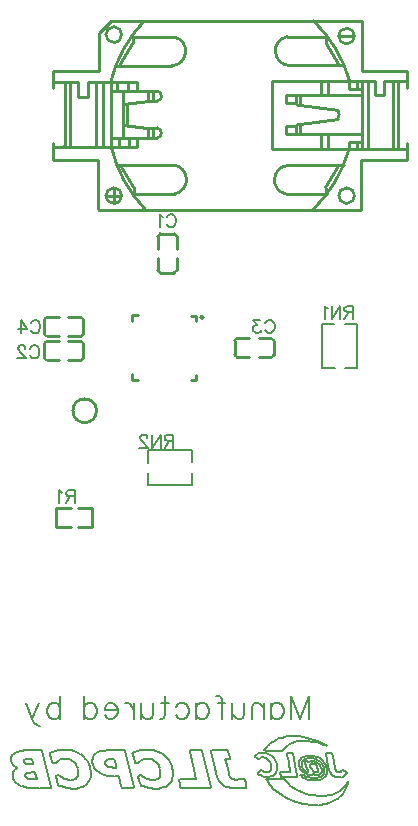
<source format=gbo>
G04 Layer: BottomSilkLayer*
G04 EasyEDA v6.4.7, 2020-11-14T12:43:57+01:00*
G04 ca67bbdea9ee427383f7cb57cdafcb35,58a91c2aa3f04fa292fc60144c522205,10*
G04 Gerber Generator version 0.2*
G04 Scale: 100 percent, Rotated: No, Reflected: No *
G04 Dimensions in millimeters *
G04 leading zeros omitted , absolute positions ,3 integer and 3 decimal *
%FSLAX33Y33*%
%MOMM*%
G90*
D02*

%ADD10C,0.254000*%
%ADD27C,0.202997*%
%ADD28C,0.200000*%
%ADD29C,0.249999*%
%ADD30C,0.203200*%
%ADD31C,0.152400*%

%LPD*%
G54D27*
G01X36561Y29831D02*
G01X37329Y29831D01*
G01X37359Y29864D01*
G01X35784Y29844D02*
G01X36031Y29834D01*
G01X36548Y29831D01*
G01X36139Y30288D02*
G01X36012Y30158D01*
G01X35897Y30025D01*
G01X35807Y29902D01*
G01X35787Y29866D01*
G01X35784Y29845D01*
G01X37735Y31042D02*
G01X37510Y30999D01*
G01X37277Y30939D01*
G01X37070Y30869D01*
G01X36873Y30786D01*
G01X36670Y30681D01*
G01X36492Y30571D01*
G01X36310Y30437D01*
G01X36152Y30300D01*
G01X38744Y31050D02*
G01X38538Y31065D01*
G01X38242Y31069D01*
G01X37958Y31062D01*
G01X37741Y31043D01*
G01X40011Y30744D02*
G01X39700Y30844D01*
G01X39380Y30929D01*
G01X39060Y30999D01*
G01X38755Y31049D01*
G01X41069Y30265D02*
G01X41050Y30286D01*
G01X40989Y30321D01*
G01X40710Y30456D01*
G01X40360Y30607D01*
G01X40024Y30739D01*
G01X40807Y30342D02*
G01X40989Y30285D01*
G01X41068Y30265D01*
G01X39523Y30634D02*
G01X39839Y30587D01*
G01X40145Y30526D01*
G01X40480Y30441D01*
G01X40793Y30347D01*
G01X38603Y30618D02*
G01X38816Y30642D01*
G01X39063Y30652D01*
G01X39305Y30649D01*
G01X39516Y30635D01*
G01X37802Y30316D02*
G01X37982Y30421D01*
G01X38167Y30502D01*
G01X38377Y30569D01*
G01X38594Y30617D01*
G01X37441Y29972D02*
G01X37509Y30053D01*
G01X37603Y30149D01*
G01X37701Y30238D01*
G01X37798Y30313D01*
G01X37359Y29864D02*
G01X37395Y29909D01*
G01X37441Y29970D01*
G01X38566Y27646D02*
G01X38600Y27673D01*
G01X38412Y28622D01*
G01X37885Y27619D02*
G01X38441Y27623D01*
G01X38527Y27630D01*
G01X38565Y27645D01*
G01X37217Y27632D02*
G01X37422Y27623D01*
G01X37875Y27619D01*
G01X37142Y27954D02*
G01X37150Y27880D01*
G01X37173Y27764D01*
G01X37197Y27677D01*
G01X37217Y27633D01*
G01X37159Y28017D02*
G01X37151Y28005D01*
G01X37147Y27992D01*
G01X37143Y27973D01*
G01X37142Y27955D01*
G01X37581Y28035D02*
G01X37264Y28031D01*
G01X37159Y28017D01*
G01X37993Y28047D02*
G01X37864Y28038D01*
G01X37588Y28035D01*
G01X37850Y28820D02*
G01X37993Y28047D01*
G01X37715Y29605D02*
G01X37716Y29551D01*
G01X37733Y29434D01*
G01X37847Y28837D01*
G01X37963Y29634D02*
G01X37774Y29627D01*
G01X37734Y29619D01*
G01X37715Y29606D01*
G01X38209Y29605D02*
G01X38196Y29625D01*
G01X38170Y29633D01*
G01X38115Y29636D01*
G01X37970Y29634D01*
G01X38412Y28622D02*
G01X38210Y29604D01*
G01X35601Y27673D02*
G01X35744Y27628D01*
G01X35900Y27600D01*
G01X36065Y27592D01*
G01X36215Y27605D01*
G01X35245Y27909D02*
G01X35255Y27890D01*
G01X35281Y27865D01*
G01X35370Y27798D01*
G01X35484Y27729D01*
G01X35597Y27674D01*
G01X35438Y28174D02*
G01X35390Y28128D01*
G01X35322Y28042D01*
G01X35265Y27956D01*
G01X35245Y27910D01*
G01X35512Y28162D02*
G01X35487Y28175D01*
G01X35468Y28181D01*
G01X35453Y28181D01*
G01X35439Y28175D01*
G01X35947Y28005D02*
G01X35856Y28012D01*
G01X35765Y28035D01*
G01X35662Y28079D01*
G01X35519Y28158D01*
G01X36326Y28231D02*
G01X36297Y28178D01*
G01X36265Y28135D01*
G01X36223Y28095D01*
G01X36179Y28064D01*
G01X36130Y28039D01*
G01X36072Y28020D01*
G01X35953Y28005D01*
G01X36360Y28443D02*
G01X36358Y28369D01*
G01X36353Y28321D01*
G01X36343Y28277D01*
G01X36327Y28233D01*
G01X35847Y29239D02*
G01X35952Y29196D01*
G01X36049Y29134D01*
G01X36141Y29050D01*
G01X36213Y28956D01*
G01X36273Y28850D01*
G01X36321Y28724D01*
G01X36351Y28587D01*
G01X36360Y28454D01*
G01X35361Y29142D02*
G01X35451Y29210D01*
G01X35570Y29252D01*
G01X35698Y29263D01*
G01X35841Y29241D01*
G01X35308Y29103D02*
G01X35316Y29106D01*
G01X35330Y29114D01*
G01X35347Y29128D01*
G01X35361Y29141D01*
G01X34986Y29378D02*
G01X35034Y29328D01*
G01X35147Y29229D01*
G01X35256Y29139D01*
G01X35307Y29103D01*
G01X35206Y29583D02*
G01X35134Y29537D01*
G01X35058Y29475D01*
G01X35001Y29414D01*
G01X34987Y29391D01*
G01X34985Y29379D01*
G01X35635Y29672D02*
G01X35506Y29669D01*
G01X35405Y29656D01*
G01X35313Y29630D01*
G01X35210Y29585D01*
G01X35931Y29639D02*
G01X35799Y29664D01*
G01X35639Y29672D01*
G01X36890Y28519D02*
G01X36854Y28711D01*
G01X36793Y28891D01*
G01X36701Y29071D01*
G01X36593Y29221D01*
G01X36454Y29363D01*
G01X36307Y29474D01*
G01X36128Y29570D01*
G01X35947Y29635D01*
G01X36221Y27606D02*
G01X36379Y27645D01*
G01X36519Y27706D01*
G01X36639Y27788D01*
G01X36744Y27900D01*
G01X36824Y28032D01*
G01X36872Y28171D01*
G01X36896Y28337D01*
G01X36892Y28504D01*
G01X41264Y29634D02*
G01X41022Y29630D01*
G01X41018Y29590D01*
G01X41555Y27779D02*
G01X41632Y27725D01*
G01X41716Y27680D01*
G01X41814Y27641D01*
G01X41917Y27613D01*
G01X42015Y27596D01*
G01X42123Y27590D01*
G01X42223Y27595D01*
G01X42322Y27610D01*
G01X41301Y28161D02*
G01X41341Y28061D01*
G01X41403Y27955D01*
G01X41476Y27857D01*
G01X41552Y27781D01*
G01X41018Y29590D02*
G01X41133Y28950D01*
G01X41299Y28166D01*
G01X41519Y29605D02*
G01X41505Y29625D01*
G01X41479Y29633D01*
G01X41421Y29636D01*
G01X41271Y29634D01*
G01X41661Y28918D02*
G01X41519Y29604D01*
G01X41832Y28173D02*
G01X41803Y28250D01*
G01X41774Y28361D01*
G01X41664Y28902D01*
G01X42092Y28012D02*
G01X41997Y28021D01*
G01X41962Y28031D01*
G01X41931Y28046D01*
G01X41905Y28066D01*
G01X41878Y28095D01*
G01X41834Y28169D01*
G01X42251Y28054D02*
G01X42217Y28031D01*
G01X42187Y28019D01*
G01X42153Y28014D01*
G01X42095Y28012D01*
G01X42328Y28138D02*
G01X42317Y28120D01*
G01X42297Y28097D01*
G01X42276Y28075D01*
G01X42252Y28055D01*
G01X42581Y28100D02*
G01X42464Y28164D01*
G01X42401Y28187D01*
G01X42378Y28187D01*
G01X42360Y28180D01*
G01X42345Y28166D01*
G01X42329Y28140D01*
G01X42761Y27982D02*
G01X42746Y27997D01*
G01X42707Y28023D01*
G01X42584Y28099D01*
G01X42640Y27774D02*
G01X42686Y27827D01*
G01X42730Y27891D01*
G01X42756Y27945D01*
G01X42762Y27968D01*
G01X42761Y27981D01*
G01X42330Y27612D02*
G01X42422Y27638D01*
G01X42501Y27673D01*
G01X42573Y27718D01*
G01X42638Y27772D01*
G01X40307Y28064D02*
G01X40283Y28035D01*
G01X40254Y28010D01*
G01X40224Y27994D01*
G01X40191Y27985D01*
G01X40151Y27983D01*
G01X40111Y27987D01*
G01X40017Y28017D01*
G01X40227Y28489D02*
G01X40285Y28367D01*
G01X40321Y28246D01*
G01X40329Y28138D01*
G01X40322Y28098D01*
G01X40308Y28066D01*
G01X39669Y28540D02*
G01X39673Y28633D01*
G01X39687Y28673D01*
G01X39707Y28705D01*
G01X39734Y28730D01*
G01X39772Y28750D01*
G01X39857Y28761D01*
G01X39954Y28739D01*
G01X40055Y28684D01*
G01X40143Y28605D01*
G01X40221Y28499D01*
G01X40013Y28019D02*
G01X39965Y28047D01*
G01X39906Y28097D01*
G01X39794Y28235D01*
G01X39711Y28391D01*
G01X39684Y28465D01*
G01X39670Y28535D01*
G01X39606Y28894D02*
G01X39541Y28848D01*
G01X39505Y28894D01*
G01X39107Y27538D02*
G01X39218Y27475D01*
G01X39342Y27422D01*
G01X39478Y27379D01*
G01X39634Y27343D01*
G01X39797Y27319D01*
G01X39966Y27308D01*
G01X40124Y27310D01*
G01X40282Y27323D01*
G01X38848Y27777D02*
G01X38854Y27762D01*
G01X38874Y27737D01*
G01X38943Y27668D01*
G01X39024Y27598D01*
G01X39104Y27539D01*
G01X38968Y27797D02*
G01X38911Y27796D01*
G01X38874Y27793D01*
G01X38854Y27787D01*
G01X38850Y27783D01*
G01X38848Y27778D01*
G01X39143Y27755D02*
G01X39109Y27778D01*
G01X39078Y27791D01*
G01X39041Y27796D01*
G01X38971Y27797D01*
G01X40065Y27519D02*
G01X39787Y27526D01*
G01X39548Y27565D01*
G01X39431Y27600D01*
G01X39331Y27640D01*
G01X39239Y27688D01*
G01X39149Y27750D01*
G01X40878Y28109D02*
G01X40861Y27983D01*
G01X40822Y27872D01*
G01X40760Y27776D01*
G01X40669Y27689D01*
G01X40553Y27620D01*
G01X40423Y27572D01*
G01X40270Y27539D01*
G01X40081Y27520D01*
G01X40771Y28562D02*
G01X40826Y28438D01*
G01X40859Y28333D01*
G01X40876Y28231D01*
G01X40879Y28114D01*
G01X40250Y29075D02*
G01X40417Y28980D01*
G01X40552Y28870D01*
G01X40665Y28739D01*
G01X40767Y28569D01*
G01X39813Y29194D02*
G01X39954Y29174D01*
G01X40052Y29151D01*
G01X40140Y29123D01*
G01X40246Y29077D01*
G01X39065Y28999D02*
G01X39122Y29052D01*
G01X39190Y29097D01*
G01X39282Y29141D01*
G01X39371Y29169D01*
G01X39468Y29189D01*
G01X39580Y29201D01*
G01X39803Y29195D01*
G01X38955Y28650D02*
G01X38955Y28753D01*
G01X38972Y28843D01*
G01X39005Y28918D01*
G01X39063Y28996D01*
G01X39017Y28413D02*
G01X38987Y28478D01*
G01X38970Y28528D01*
G01X38960Y28584D01*
G01X38955Y28647D01*
G01X39370Y28052D02*
G01X39267Y28117D01*
G01X39169Y28205D01*
G01X39083Y28306D01*
G01X39019Y28409D01*
G01X39528Y28044D02*
G01X39524Y28029D01*
G01X39516Y28018D01*
G01X39505Y28011D01*
G01X39489Y28009D01*
G01X39468Y28012D01*
G01X39443Y28019D01*
G01X39373Y28050D01*
G01X39352Y28487D02*
G01X39478Y28187D01*
G01X39528Y28044D01*
G01X39180Y28919D02*
G01X39222Y28797D01*
G01X39349Y28493D01*
G01X39329Y28940D02*
G01X39259Y28939D01*
G01X39217Y28936D01*
G01X39190Y28929D01*
G01X39180Y28920D01*
G01X39505Y28894D02*
G01X39480Y28922D01*
G01X39457Y28934D01*
G01X39419Y28939D01*
G01X39333Y28940D01*
G01X39891Y27851D02*
G01X39917Y27884D01*
G01X40017Y27837D01*
G01X40198Y28861D02*
G01X40113Y28903D01*
G01X40035Y28932D01*
G01X39957Y28951D01*
G01X39875Y28961D01*
G01X39797Y28960D01*
G01X39729Y28949D01*
G01X39667Y28928D01*
G01X39611Y28897D01*
G01X40536Y28522D02*
G01X40476Y28606D01*
G01X40384Y28708D01*
G01X40284Y28800D01*
G01X40201Y28859D01*
G01X40646Y28026D02*
G01X40657Y28134D01*
G01X40641Y28259D01*
G01X40600Y28392D01*
G01X40539Y28517D01*
G01X40449Y27813D02*
G01X40482Y27829D01*
G01X40515Y27851D01*
G01X40571Y27900D01*
G01X40596Y27931D01*
G01X40618Y27963D01*
G01X40634Y27993D01*
G01X40645Y28024D01*
G01X40244Y27785D02*
G01X40317Y27783D01*
G01X40361Y27787D01*
G01X40402Y27795D01*
G01X40447Y27812D01*
G01X40017Y27837D02*
G01X40071Y27814D01*
G01X40122Y27798D01*
G01X40171Y27790D01*
G01X40241Y27785D01*
G01X39683Y27782D02*
G01X39764Y27786D01*
G01X39817Y27796D01*
G01X39853Y27814D01*
G01X39889Y27849D01*
G01X39089Y28005D02*
G01X39228Y27909D01*
G01X39369Y27842D01*
G01X39515Y27799D01*
G01X39677Y27782D01*
G01X39000Y29253D02*
G01X38931Y29202D01*
G01X38872Y29143D01*
G01X38822Y29079D01*
G01X38782Y29010D01*
G01X38752Y28936D01*
G01X38731Y28859D01*
G01X38719Y28765D01*
G01X38719Y28683D01*
G01X38730Y28585D01*
G01X38750Y28500D01*
G01X38779Y28416D01*
G01X38825Y28319D01*
G01X38932Y28161D01*
G01X39076Y28016D01*
G01X40321Y29262D02*
G01X40163Y29324D01*
G01X39995Y29368D01*
G01X39821Y29395D01*
G01X39633Y29405D01*
G01X39449Y29395D01*
G01X39277Y29366D01*
G01X39134Y29321D01*
G01X39009Y29259D01*
G01X40901Y27575D02*
G01X40976Y27658D01*
G01X41035Y27750D01*
G01X41077Y27849D01*
G01X41105Y27955D01*
G01X41117Y28067D01*
G01X41113Y28201D01*
G01X41095Y28318D01*
G01X41057Y28455D01*
G01X41001Y28591D01*
G01X40940Y28704D01*
G01X40867Y28814D01*
G01X40783Y28918D01*
G01X40688Y29015D01*
G01X40583Y29104D01*
G01X40467Y29184D01*
G01X40342Y29252D01*
G01X40295Y27324D02*
G01X40479Y27359D01*
G01X40642Y27412D01*
G01X40778Y27481D01*
G01X40897Y27571D01*
G01X15883Y29133D02*
G01X16124Y29133D01*
G01X16139Y29077D01*
G01X15981Y28677D02*
G01X15769Y28688D01*
G01X15656Y28708D01*
G01X16191Y28876D02*
G01X16226Y28737D01*
G01X16227Y28707D01*
G01X16219Y28689D01*
G01X16197Y28678D01*
G01X16162Y28673D01*
G01X15989Y28676D01*
G01X16139Y29077D02*
G01X16190Y28878D01*
G01X15458Y29049D02*
G01X15505Y29088D01*
G01X15579Y29114D01*
G01X15696Y29128D01*
G01X15874Y29133D01*
G01X15654Y28708D02*
G01X15588Y28736D01*
G01X15536Y28771D01*
G01X15493Y28811D01*
G01X15457Y28860D01*
G01X15435Y28911D01*
G01X15428Y28959D01*
G01X15434Y29004D01*
G01X15456Y29046D01*
G01X16263Y27401D02*
G01X16032Y27412D01*
G01X15878Y27432D01*
G01X16556Y27423D02*
G01X16554Y27410D01*
G01X16547Y27404D01*
G01X16515Y27398D01*
G01X16271Y27401D01*
G01X16415Y27975D02*
G01X16489Y27710D01*
G01X16556Y27424D01*
G01X15843Y27974D02*
G01X16172Y27990D01*
G01X16339Y27986D01*
G01X16415Y27975D01*
G01X15655Y27931D02*
G01X15732Y27954D01*
G01X15841Y27974D01*
G01X15555Y27652D02*
G01X15541Y27691D01*
G01X15534Y27736D01*
G01X15535Y27779D01*
G01X15545Y27818D01*
G01X15561Y27852D01*
G01X15583Y27881D01*
G01X15612Y27907D01*
G01X15651Y27929D01*
G01X15877Y27432D02*
G01X15758Y27470D01*
G01X15669Y27517D01*
G01X15601Y27576D01*
G01X15577Y27609D01*
G01X15556Y27649D01*
G01X16992Y29783D02*
G01X16970Y29863D01*
G01X16136Y29856D01*
G01X16778Y26675D02*
G01X17671Y26680D01*
G01X15242Y26824D02*
G01X15507Y26743D01*
G01X15756Y26704D01*
G01X16112Y26684D01*
G01X16748Y26675D01*
G01X14488Y27753D02*
G01X14503Y27591D01*
G01X14540Y27451D01*
G01X14598Y27321D01*
G01X14685Y27192D01*
G01X14796Y27077D01*
G01X14920Y26982D01*
G01X15064Y26899D01*
G01X15227Y26829D01*
G01X14743Y28279D02*
G01X14625Y28179D01*
G01X14583Y28125D01*
G01X14549Y28067D01*
G01X14521Y27998D01*
G01X14503Y27928D01*
G01X14488Y27760D01*
G01X14849Y28363D02*
G01X14842Y28354D01*
G01X14822Y28337D01*
G01X14744Y28280D01*
G01X14749Y28429D02*
G01X14815Y28390D01*
G01X14841Y28371D01*
G01X14849Y28363D01*
G01X14373Y28923D02*
G01X14417Y28787D01*
G01X14499Y28646D01*
G01X14608Y28528D01*
G01X14743Y28433D01*
G01X14362Y29132D02*
G01X14363Y29021D01*
G01X14373Y28925D01*
G01X14916Y29755D02*
G01X14797Y29708D01*
G01X14691Y29654D01*
G01X14593Y29586D01*
G01X14518Y29516D01*
G01X14457Y29437D01*
G01X14408Y29344D01*
G01X14378Y29251D01*
G01X14362Y29141D01*
G01X16136Y29856D02*
G01X15566Y29849D01*
G01X15286Y29837D01*
G01X15113Y29812D01*
G01X14924Y29758D01*
G01X17758Y26785D02*
G01X16994Y29778D01*
G01X17671Y26681D02*
G01X17681Y26686D01*
G01X17696Y26698D01*
G01X17724Y26728D01*
G01X17749Y26763D01*
G01X17755Y26774D01*
G01X17758Y26785D01*
G01X23270Y28402D02*
G01X23205Y28393D01*
G01X23039Y28395D01*
G01X22852Y28410D01*
G01X22741Y28428D01*
G01X23101Y29100D02*
G01X23202Y28720D01*
G01X23270Y28403D01*
G01X22897Y29133D02*
G01X23010Y29132D01*
G01X23062Y29128D01*
G01X23087Y29120D01*
G01X23100Y29101D01*
G01X22375Y29008D02*
G01X22447Y29065D01*
G01X22555Y29105D01*
G01X22694Y29126D01*
G01X22888Y29133D01*
G01X22344Y28739D02*
G01X22331Y28816D01*
G01X22333Y28893D01*
G01X22347Y28958D01*
G01X22358Y28984D01*
G01X22374Y29007D01*
G01X22737Y28429D02*
G01X22599Y28479D01*
G01X22482Y28550D01*
G01X22436Y28590D01*
G01X22395Y28637D01*
G01X22367Y28682D01*
G01X22345Y28735D01*
G01X23968Y29783D02*
G01X23945Y29863D01*
G01X23104Y29856D01*
G01X24189Y26670D02*
G01X24646Y26681D01*
G01X23736Y26689D02*
G01X23766Y26679D01*
G01X23833Y26674D01*
G01X24179Y26670D01*
G01X23600Y27168D02*
G01X23688Y26838D01*
G01X23736Y26689D01*
G01X23470Y27643D02*
G01X23598Y27175D01*
G01X23112Y27668D02*
G01X23369Y27658D01*
G01X23469Y27643D01*
G01X21782Y28000D02*
G01X21918Y27919D01*
G01X22049Y27856D01*
G01X22188Y27803D01*
G01X22336Y27759D01*
G01X22509Y27722D01*
G01X22683Y27696D01*
G01X22888Y27677D01*
G01X23094Y27668D01*
G01X21246Y28815D02*
G01X21266Y28698D01*
G01X21299Y28586D01*
G01X21348Y28470D01*
G01X21405Y28368D01*
G01X21482Y28264D01*
G01X21564Y28174D01*
G01X21666Y28083D01*
G01X21773Y28006D01*
G01X21882Y29771D02*
G01X21726Y29712D01*
G01X21580Y29630D01*
G01X21468Y29537D01*
G01X21371Y29420D01*
G01X21304Y29296D01*
G01X21261Y29158D01*
G01X21240Y29006D01*
G01X21245Y28829D01*
G01X23104Y29856D02*
G01X22539Y29850D01*
G01X22261Y29839D01*
G01X22073Y29818D01*
G01X21889Y29773D01*
G01X24733Y26785D02*
G01X23969Y29778D01*
G01X24647Y26681D02*
G01X24660Y26689D01*
G01X24672Y26699D01*
G01X24701Y26729D01*
G01X24725Y26763D01*
G01X24731Y26774D01*
G01X24733Y26785D01*
G01X29335Y27426D02*
G01X28623Y27426D01*
G01X28586Y27385D01*
G01X28716Y26681D02*
G01X29832Y26671D01*
G01X31175Y26681D01*
G01X28548Y27308D02*
G01X28620Y26995D01*
G01X28683Y26769D01*
G01X28715Y26682D01*
G01X28586Y27385D02*
G01X28572Y27368D01*
G01X28559Y27346D01*
G01X28551Y27327D01*
G01X28548Y27309D01*
G01X30498Y29782D02*
G01X30476Y29860D01*
G01X29544Y29860D01*
G01X29465Y29757D01*
G01X29756Y28622D01*
G01X30047Y27457D02*
G01X30045Y27446D01*
G01X30031Y27438D01*
G01X29967Y27431D01*
G01X29356Y27426D01*
G01X29756Y28622D02*
G01X30047Y27457D01*
G01X31264Y26785D02*
G01X30500Y29777D01*
G01X31177Y26681D02*
G01X31189Y26688D01*
G01X31200Y26697D01*
G01X31231Y26729D01*
G01X31254Y26761D01*
G01X31261Y26774D01*
G01X31264Y26785D01*
G01X32043Y29860D02*
G01X31340Y29860D01*
G01X31309Y29817D01*
G01X32971Y26662D02*
G01X33134Y26645D01*
G01X33364Y26634D01*
G01X33615Y26631D01*
G01X33810Y26639D01*
G01X31823Y27612D02*
G01X31895Y27429D01*
G01X31984Y27265D01*
G01X32102Y27108D01*
G01X32229Y26983D01*
G01X32374Y26877D01*
G01X32552Y26783D01*
G01X32735Y26716D01*
G01X32953Y26665D01*
G01X31279Y29740D02*
G01X31532Y28719D01*
G01X31821Y27617D01*
G01X31309Y29817D02*
G01X31298Y29799D01*
G01X31288Y29778D01*
G01X31281Y29756D01*
G01X31279Y29741D01*
G01X32754Y29834D02*
G01X32726Y29850D01*
G01X32642Y29856D01*
G01X32063Y29860D01*
G01X32896Y29176D02*
G01X32755Y29832D01*
G01X32668Y29133D02*
G01X32791Y29135D01*
G01X32856Y29140D01*
G01X32888Y29153D01*
G01X32894Y29162D01*
G01X32896Y29174D01*
G01X32478Y29125D02*
G01X32535Y29131D01*
G01X32665Y29133D01*
G01X32770Y27953D02*
G01X32602Y28597D01*
G01X32477Y29124D01*
G01X33081Y27453D02*
G01X32988Y27522D01*
G01X32905Y27629D01*
G01X32835Y27767D01*
G01X32773Y27945D01*
G01X33470Y27382D02*
G01X33349Y27385D01*
G01X33243Y27397D01*
G01X33162Y27418D01*
G01X33084Y27451D01*
G01X33799Y27426D02*
G01X33647Y27390D01*
G01X33474Y27382D01*
G01X34024Y27471D02*
G01X33922Y27457D01*
G01X33802Y27427D01*
G01X34204Y27095D02*
G01X34142Y27336D01*
G01X34111Y27431D01*
G01X34096Y27456D01*
G01X34081Y27467D01*
G01X34027Y27471D01*
G01X34261Y26756D02*
G01X34267Y26787D01*
G01X34262Y26841D01*
G01X34205Y27088D01*
G01X34226Y26700D02*
G01X34233Y26707D01*
G01X34244Y26723D01*
G01X34253Y26739D01*
G01X34261Y26756D01*
G01X33817Y26639D02*
G01X34090Y26669D01*
G01X34183Y26685D01*
G01X34225Y26699D01*
G01X19509Y26618D02*
G01X19813Y26619D01*
G01X18574Y26807D02*
G01X18837Y26718D01*
G01X19051Y26664D01*
G01X19270Y26632D01*
G01X19499Y26618D01*
G01X18356Y26897D02*
G01X18423Y26866D01*
G01X18571Y26808D01*
G01X18144Y27646D02*
G01X18238Y27284D01*
G01X18356Y26898D01*
G01X18182Y27707D02*
G01X18167Y27688D01*
G01X18155Y27670D01*
G01X18147Y27655D01*
G01X18144Y27646D01*
G01X18465Y27670D02*
G01X18362Y27729D01*
G01X18289Y27753D01*
G01X18259Y27754D01*
G01X18234Y27748D01*
G01X18210Y27734D01*
G01X18184Y27709D01*
G01X18998Y27417D02*
G01X18871Y27462D01*
G01X18737Y27520D01*
G01X18470Y27667D01*
G01X19383Y27375D02*
G01X19153Y27382D01*
G01X19083Y27393D01*
G01X19002Y27416D01*
G01X19724Y27409D02*
G01X19667Y27390D01*
G01X19616Y27380D01*
G01X19390Y27375D01*
G01X19992Y27686D02*
G01X19975Y27644D01*
G01X19951Y27600D01*
G01X19890Y27522D01*
G01X19813Y27457D01*
G01X19728Y27411D01*
G01X19993Y28317D02*
G01X20016Y28168D01*
G01X20023Y27988D01*
G01X20015Y27808D01*
G01X19993Y27690D01*
G01X19291Y29120D02*
G01X19423Y29063D01*
G01X19535Y28996D01*
G01X19646Y28909D01*
G01X19738Y28817D01*
G01X19818Y28713D01*
G01X19892Y28588D01*
G01X19948Y28463D01*
G01X19990Y28328D01*
G01X18687Y29141D02*
G01X18823Y29158D01*
G01X18994Y29161D01*
G01X19166Y29147D01*
G01X19287Y29122D01*
G01X18220Y28900D02*
G01X18340Y28988D01*
G01X18453Y29054D01*
G01X18566Y29105D01*
G01X18682Y29140D01*
G01X18065Y28781D02*
G01X18120Y28821D01*
G01X18218Y28898D01*
G01X17889Y28780D02*
G01X17918Y28768D01*
G01X17968Y28763D01*
G01X18022Y28767D01*
G01X18063Y28780D01*
G01X17654Y29606D02*
G01X17683Y29473D01*
G01X17763Y29178D01*
G01X17846Y28900D01*
G01X17888Y28781D01*
G01X17973Y29771D02*
G01X17862Y29729D01*
G01X17755Y29680D01*
G01X17681Y29636D01*
G01X17654Y29607D01*
G01X19420Y29866D02*
G01X19254Y29893D01*
G01X19080Y29909D01*
G01X18886Y29915D01*
G01X18705Y29909D01*
G01X18524Y29893D01*
G01X18332Y29864D01*
G01X18148Y29823D01*
G01X17986Y29776D01*
G01X20221Y29540D02*
G01X20043Y29643D01*
G01X19848Y29732D01*
G01X19644Y29807D01*
G01X19428Y29864D01*
G01X21059Y28312D02*
G01X21014Y28488D01*
G01X20945Y28672D01*
G01X20865Y28836D01*
G01X20762Y29005D01*
G01X20652Y29152D01*
G01X20528Y29288D01*
G01X20381Y29422D01*
G01X20234Y29532D01*
G01X20661Y26900D02*
G01X20788Y27008D01*
G01X20895Y27136D01*
G01X20986Y27295D01*
G01X21048Y27459D01*
G01X21087Y27639D01*
G01X21105Y27849D01*
G01X21096Y28074D01*
G01X21063Y28293D01*
G01X19814Y26619D02*
G01X20071Y26656D01*
G01X20284Y26711D01*
G01X20478Y26790D01*
G01X20654Y26896D01*
G01X26470Y26618D02*
G01X26773Y26619D01*
G01X25535Y26807D02*
G01X25789Y26721D01*
G01X26012Y26664D01*
G01X26231Y26632D01*
G01X26460Y26618D01*
G01X25317Y26897D02*
G01X25384Y26866D01*
G01X25532Y26808D01*
G01X25105Y27646D02*
G01X25199Y27284D01*
G01X25317Y26898D01*
G01X25143Y27707D02*
G01X25127Y27687D01*
G01X25115Y27670D01*
G01X25107Y27654D01*
G01X25105Y27646D01*
G01X25426Y27670D02*
G01X25322Y27729D01*
G01X25286Y27744D01*
G01X25247Y27753D01*
G01X25218Y27754D01*
G01X25192Y27747D01*
G01X25169Y27733D01*
G01X25145Y27709D01*
G01X25959Y27417D02*
G01X25832Y27462D01*
G01X25697Y27520D01*
G01X25431Y27667D01*
G01X26344Y27375D02*
G01X26113Y27382D01*
G01X26043Y27393D01*
G01X25962Y27416D01*
G01X26685Y27409D02*
G01X26628Y27390D01*
G01X26576Y27380D01*
G01X26351Y27375D01*
G01X26953Y27686D02*
G01X26934Y27640D01*
G01X26912Y27600D01*
G01X26851Y27522D01*
G01X26809Y27483D01*
G01X26770Y27454D01*
G01X26689Y27411D01*
G01X26954Y28317D02*
G01X26976Y28175D01*
G01X26984Y28002D01*
G01X26977Y27821D01*
G01X26954Y27690D01*
G01X26251Y29120D02*
G01X26374Y29068D01*
G01X26496Y28996D01*
G01X26607Y28909D01*
G01X26698Y28817D01*
G01X26779Y28713D01*
G01X26853Y28588D01*
G01X26908Y28463D01*
G01X26951Y28328D01*
G01X25647Y29141D02*
G01X25784Y29158D01*
G01X25955Y29161D01*
G01X26127Y29147D01*
G01X26248Y29122D01*
G01X25181Y28900D02*
G01X25296Y28985D01*
G01X25414Y29054D01*
G01X25527Y29105D01*
G01X25643Y29140D01*
G01X25025Y28781D02*
G01X25081Y28821D01*
G01X25179Y28898D01*
G01X24850Y28780D02*
G01X24863Y28773D01*
G01X24880Y28768D01*
G01X24929Y28763D01*
G01X24983Y28767D01*
G01X25024Y28780D01*
G01X24615Y29606D02*
G01X24646Y29464D01*
G01X24724Y29178D01*
G01X24806Y28900D01*
G01X24849Y28781D01*
G01X24934Y29771D02*
G01X24810Y29724D01*
G01X24716Y29680D01*
G01X24641Y29636D01*
G01X24615Y29607D01*
G01X26381Y29866D02*
G01X26215Y29893D01*
G01X26041Y29909D01*
G01X25847Y29915D01*
G01X25666Y29909D01*
G01X25485Y29893D01*
G01X25293Y29864D01*
G01X25108Y29823D01*
G01X24947Y29776D01*
G01X27182Y29540D02*
G01X27012Y29639D01*
G01X26809Y29732D01*
G01X26605Y29807D01*
G01X26389Y29864D01*
G01X28020Y28312D02*
G01X27970Y28502D01*
G01X27906Y28672D01*
G01X27819Y28850D01*
G01X27723Y29005D01*
G01X27603Y29164D01*
G01X27478Y29299D01*
G01X27342Y29422D01*
G01X27195Y29532D01*
G01X27622Y26900D02*
G01X27759Y27018D01*
G01X27863Y27147D01*
G01X27947Y27295D01*
G01X28012Y27473D01*
G01X28050Y27654D01*
G01X28066Y27866D01*
G01X28056Y28074D01*
G01X28024Y28293D01*
G01X26774Y26619D02*
G01X27032Y26656D01*
G01X27244Y26711D01*
G01X27446Y26794D01*
G01X27615Y26896D01*
G01X37593Y27301D02*
G01X37478Y27456D01*
G01X36709Y27456D01*
G01X38214Y25586D02*
G01X38477Y25496D01*
G01X38774Y25411D01*
G01X39054Y25345D01*
G01X39355Y25289D01*
G01X39650Y25248D01*
G01X39909Y25225D01*
G01X40170Y25219D01*
G01X40370Y25228D01*
G01X37046Y26207D02*
G01X37301Y26038D01*
G01X37610Y25862D01*
G01X37905Y25715D01*
G01X38203Y25590D01*
G01X36176Y27048D02*
G01X36348Y26842D01*
G01X36567Y26615D01*
G01X36804Y26398D01*
G01X37037Y26213D01*
G01X35931Y27440D02*
G01X35942Y27403D01*
G01X35990Y27316D01*
G01X36172Y27053D01*
G01X36709Y27456D02*
G01X36138Y27452D01*
G01X35931Y27441D01*
G01X38146Y26747D02*
G01X38004Y26864D01*
G01X37859Y27000D01*
G01X37716Y27152D01*
G01X37597Y27296D01*
G01X40657Y26001D02*
G01X40315Y26013D01*
G01X39979Y26047D01*
G01X39624Y26109D01*
G01X39309Y26189D01*
G01X39007Y26289D01*
G01X38697Y26419D01*
G01X38431Y26560D01*
G01X38166Y26733D01*
G01X41720Y26175D02*
G01X41485Y26097D01*
G01X41246Y26045D01*
G01X40974Y26012D01*
G01X40670Y26001D01*
G01X42785Y27111D02*
G01X42695Y26962D01*
G01X42594Y26821D01*
G01X42481Y26690D01*
G01X42348Y26560D01*
G01X42215Y26450D01*
G01X42060Y26345D01*
G01X41895Y26252D01*
G01X41733Y26180D01*
G01X42873Y27285D02*
G01X42842Y27220D01*
G01X42786Y27114D01*
G01X42846Y27048D02*
G01X42870Y27197D01*
G01X42878Y27292D01*
G01X42873Y27286D01*
G01X42550Y26302D02*
G01X42648Y26469D01*
G01X42731Y26649D01*
G01X42794Y26831D01*
G01X42844Y27039D01*
G01X42001Y25753D02*
G01X42147Y25865D01*
G01X42301Y26009D01*
G01X42443Y26162D01*
G01X42547Y26297D01*
G01X40387Y25230D02*
G01X40613Y25257D01*
G01X40849Y25298D01*
G01X41058Y25346D01*
G01X41259Y25404D01*
G01X41465Y25477D01*
G01X41646Y25554D01*
G01X41816Y25641D01*
G01X41988Y25745D01*
G54D10*
G01X36587Y63343D02*
G01X36587Y64543D01*
G01X34537Y63143D02*
G01X33537Y63143D01*
G01X34537Y64743D02*
G01X33537Y64743D01*
G01X35337Y63143D02*
G01X36337Y63143D01*
G01X35337Y64743D02*
G01X36337Y64743D01*
G01X33287Y63343D02*
G01X33287Y64543D01*
G01X33487Y63143D02*
G01X33537Y63143D01*
G01X33487Y64743D02*
G01X33537Y64743D01*
G01X36387Y63143D02*
G01X36337Y63143D01*
G01X36387Y64743D02*
G01X36337Y64743D01*
G01X20458Y63089D02*
G01X20458Y64289D01*
G01X18408Y62889D02*
G01X17408Y62889D01*
G01X18408Y64489D02*
G01X17408Y64489D01*
G01X19208Y62889D02*
G01X20208Y62889D01*
G01X19208Y64489D02*
G01X20208Y64489D01*
G01X17158Y63089D02*
G01X17158Y64289D01*
G01X17358Y62889D02*
G01X17408Y62889D01*
G01X17358Y64489D02*
G01X17408Y64489D01*
G01X20258Y62889D02*
G01X20208Y62889D01*
G01X20258Y64489D02*
G01X20208Y64489D01*
G01X26971Y70294D02*
G01X28171Y70294D01*
G01X26771Y72344D02*
G01X26771Y73344D01*
G01X28371Y72344D02*
G01X28371Y73344D01*
G01X26771Y71544D02*
G01X26771Y70544D01*
G01X28371Y71544D02*
G01X28371Y70544D01*
G01X26971Y73594D02*
G01X28171Y73594D01*
G01X26771Y73394D02*
G01X26771Y73344D01*
G01X28371Y73394D02*
G01X28371Y73344D01*
G01X26771Y70494D02*
G01X26771Y70544D01*
G01X28371Y70494D02*
G01X28371Y70544D01*
G01X17158Y66321D02*
G01X17158Y65121D01*
G01X19208Y66521D02*
G01X20208Y66521D01*
G01X19208Y64921D02*
G01X20208Y64921D01*
G01X18408Y66521D02*
G01X17408Y66521D01*
G01X18408Y64921D02*
G01X17408Y64921D01*
G01X20458Y66321D02*
G01X20458Y65121D01*
G01X20258Y66521D02*
G01X20208Y66521D01*
G01X20258Y64921D02*
G01X20208Y64921D01*
G01X17358Y66521D02*
G01X17408Y66521D01*
G01X17358Y64921D02*
G01X17408Y64921D01*
G01X21247Y50392D02*
G01X21247Y48792D01*
G01X19397Y48797D02*
G01X18147Y48797D01*
G01X19397Y50397D02*
G01X18147Y50397D01*
G01X19997Y48792D02*
G01X21247Y48792D01*
G01X19997Y50392D02*
G01X21247Y50392D01*
G01X18147Y50397D02*
G01X18147Y48797D01*
G54D28*
G01X42626Y62200D02*
G01X43626Y62200D01*
G01X43626Y65940D01*
G01X42586Y65940D01*
G01X41726Y65940D02*
G01X40706Y65940D01*
G01X40706Y62200D01*
G01X41746Y62200D01*
G01X25956Y53333D02*
G01X25956Y52333D01*
G01X29696Y52333D01*
G01X29696Y53373D01*
G01X29695Y54233D02*
G01X29695Y55253D01*
G01X25955Y55253D01*
G01X25955Y54213D01*
G54D10*
G01X24726Y76948D02*
G01X24726Y77532D01*
G01X40982Y76922D02*
G01X40982Y77507D01*
G01X24676Y89724D02*
G01X24676Y90308D01*
G01X41033Y89699D02*
G01X41033Y90283D01*
G01X41186Y90283D01*
G01X37731Y90283D01*
G01X20840Y85152D02*
G01X20840Y86422D01*
G01X22821Y86422D01*
G01X22821Y80936D01*
G01X25031Y80936D01*
G01X25031Y81698D01*
G01X25031Y85736D02*
G01X25031Y86422D01*
G01X24269Y86422D01*
G01X24269Y85685D01*
G01X22821Y85685D01*
G01X24142Y82773D02*
G01X24142Y84568D01*
G01X26352Y81698D02*
G01X26352Y82561D01*
G01X25823Y82561D01*
G01X23841Y82815D01*
G01X25920Y81698D02*
G01X25920Y82561D01*
G01X26352Y82561D02*
G01X26708Y82561D01*
G01X23787Y81698D02*
G01X26708Y81698D01*
G01X23866Y84568D02*
G01X25990Y84840D01*
G01X25946Y85685D02*
G01X25946Y84822D01*
G01X26377Y84822D01*
G01X26377Y85685D01*
G01X26377Y84822D02*
G01X26733Y84822D01*
G01X23812Y81774D02*
G01X23812Y85685D01*
G01X26733Y85685D01*
G01X22923Y81698D02*
G01X24371Y81698D01*
G01X24371Y80961D01*
G01X23456Y80986D02*
G01X23456Y81698D01*
G01X23355Y85711D02*
G01X23355Y86422D01*
G01X22821Y86422D02*
G01X24269Y86422D01*
G01X18910Y81088D02*
G01X18910Y86447D01*
G01X19316Y80910D02*
G01X19316Y86422D01*
G01X21526Y80961D02*
G01X21526Y86371D01*
G01X22136Y80936D02*
G01X22136Y86422D01*
G01X17946Y80909D02*
G01X22821Y80909D01*
G01X17894Y86447D02*
G01X20027Y86447D01*
G01X20027Y85177D01*
G01X20815Y85177D01*
G01X43649Y80732D02*
G01X43649Y81317D01*
G01X42938Y80829D02*
G01X42938Y81367D01*
G01X44081Y81367D01*
G01X41186Y80809D02*
G01X41186Y81952D01*
G01X40601Y80809D02*
G01X40601Y81952D01*
G01X40576Y85381D02*
G01X40576Y86524D01*
G01X41160Y85381D02*
G01X41160Y86524D01*
G01X21805Y87438D02*
G01X21805Y90587D01*
G01X22847Y91629D01*
G01X44005Y91629D01*
G01X44030Y91604D01*
G01X44030Y87413D01*
G01X47866Y87413D01*
G01X47866Y85965D01*
G01X17894Y85965D02*
G01X17894Y87413D01*
G01X21805Y87413D01*
G01X43980Y79843D02*
G01X47891Y79843D01*
G01X47891Y81291D01*
G01X17919Y81266D02*
G01X17919Y79843D01*
G01X21755Y79843D01*
G01X21755Y75652D01*
G01X21780Y75627D01*
G01X43980Y75627D01*
G01X43980Y79818D01*
G01X22390Y76821D02*
G01X23634Y76821D01*
G01X23050Y76186D02*
G01X23050Y77456D01*
G01X42100Y90334D02*
G01X43395Y90334D01*
G01X37909Y87844D02*
G01X42557Y87844D01*
G01X37807Y79386D02*
G01X42506Y79386D01*
G01X37630Y76948D02*
G01X41084Y76948D01*
G01X23253Y87819D02*
G01X27952Y87819D01*
G01X24676Y90257D02*
G01X28130Y90257D01*
G01X23329Y79412D02*
G01X28028Y79412D01*
G01X24752Y76973D02*
G01X28206Y76973D01*
G01X44081Y80783D02*
G01X44081Y86524D01*
G01X47891Y80707D02*
G01X47866Y80732D01*
G01X45859Y80732D01*
G01X45224Y80732D01*
G01X44843Y80732D01*
G01X36537Y80732D01*
G01X36487Y80783D01*
G01X36487Y86524D01*
G01X44818Y86524D01*
G01X45199Y86524D01*
G01X45199Y85330D01*
G01X45935Y85330D01*
G01X45935Y86524D01*
G01X47840Y86524D01*
G01X47866Y86549D01*
G01X46697Y80758D02*
G01X46697Y86524D01*
G01X47078Y80732D02*
G01X47078Y86524D01*
G01X44564Y80834D02*
G01X44564Y86447D01*
G01X42938Y86427D02*
G01X42938Y85889D01*
G01X44081Y85889D01*
G01X43649Y85939D02*
G01X43649Y86524D01*
G01X41998Y83323D02*
G01X38823Y82917D01*
G01X38620Y82917D01*
G01X38417Y82714D01*
G01X37655Y82714D01*
G01X37655Y82510D01*
G01X37655Y82002D01*
G01X44056Y82002D01*
G01X38823Y82028D02*
G01X38823Y82917D01*
G01X38468Y82002D02*
G01X38468Y82764D01*
G01X41998Y84060D02*
G01X38823Y84466D01*
G01X38620Y84466D01*
G01X38417Y84669D01*
G01X37655Y84669D01*
G01X37655Y84873D01*
G01X37655Y85381D01*
G01X44056Y85381D01*
G01X38823Y84466D02*
G01X38823Y85355D01*
G01X38468Y84619D02*
G01X38468Y85381D01*
G01X25067Y61243D02*
G01X24617Y61243D01*
G01X24617Y61693D01*
G01X30017Y61643D02*
G01X30017Y61193D01*
G01X29567Y61193D01*
G01X24617Y66243D02*
G01X24617Y66693D01*
G01X25067Y66693D01*
G01X30017Y66193D02*
G01X30017Y66643D01*
G01X29567Y66643D01*
G54D30*
G01X39538Y34481D02*
G01X39538Y32540D01*
G01X39538Y34481D02*
G01X38799Y32540D01*
G01X38060Y34481D02*
G01X38799Y32540D01*
G01X38060Y34481D02*
G01X38060Y32540D01*
G01X36340Y33833D02*
G01X36340Y32540D01*
G01X36340Y33556D02*
G01X36526Y33742D01*
G01X36711Y33833D01*
G01X36988Y33833D01*
G01X37173Y33742D01*
G01X37356Y33556D01*
G01X37450Y33279D01*
G01X37450Y33094D01*
G01X37356Y32817D01*
G01X37173Y32634D01*
G01X36988Y32540D01*
G01X36711Y32540D01*
G01X36526Y32634D01*
G01X36340Y32817D01*
G01X35731Y33833D02*
G01X35731Y32540D01*
G01X35731Y33465D02*
G01X35454Y33742D01*
G01X35271Y33833D01*
G01X34994Y33833D01*
G01X34809Y33742D01*
G01X34715Y33465D01*
G01X34715Y32540D01*
G01X34105Y33833D02*
G01X34105Y32911D01*
G01X34014Y32634D01*
G01X33828Y32540D01*
G01X33551Y32540D01*
G01X33368Y32634D01*
G01X33089Y32911D01*
G01X33089Y33833D02*
G01X33089Y32540D01*
G01X31743Y34481D02*
G01X31926Y34481D01*
G01X32111Y34387D01*
G01X32203Y34110D01*
G01X32203Y32540D01*
G01X32479Y33833D02*
G01X31834Y33833D01*
G01X30023Y33833D02*
G01X30023Y32540D01*
G01X30023Y33556D02*
G01X30209Y33742D01*
G01X30394Y33833D01*
G01X30671Y33833D01*
G01X30854Y33742D01*
G01X31039Y33556D01*
G01X31133Y33279D01*
G01X31133Y33094D01*
G01X31039Y32817D01*
G01X30854Y32634D01*
G01X30671Y32540D01*
G01X30394Y32540D01*
G01X30209Y32634D01*
G01X30023Y32817D01*
G01X28306Y33556D02*
G01X28492Y33742D01*
G01X28674Y33833D01*
G01X28951Y33833D01*
G01X29137Y33742D01*
G01X29322Y33556D01*
G01X29414Y33279D01*
G01X29414Y33094D01*
G01X29322Y32817D01*
G01X29137Y32634D01*
G01X28951Y32540D01*
G01X28674Y32540D01*
G01X28492Y32634D01*
G01X28306Y32817D01*
G01X27420Y34481D02*
G01X27420Y32911D01*
G01X27326Y32634D01*
G01X27143Y32540D01*
G01X26957Y32540D01*
G01X27697Y33833D02*
G01X27049Y33833D01*
G01X26348Y33833D02*
G01X26348Y32911D01*
G01X26256Y32634D01*
G01X26071Y32540D01*
G01X25794Y32540D01*
G01X25609Y32634D01*
G01X25332Y32911D01*
G01X25332Y33833D02*
G01X25332Y32540D01*
G01X24722Y33833D02*
G01X24722Y32540D01*
G01X24722Y33279D02*
G01X24631Y33556D01*
G01X24445Y33742D01*
G01X24260Y33833D01*
G01X23983Y33833D01*
G01X23373Y33279D02*
G01X22266Y33279D01*
G01X22266Y33465D01*
G01X22357Y33650D01*
G01X22449Y33742D01*
G01X22634Y33833D01*
G01X22911Y33833D01*
G01X23097Y33742D01*
G01X23282Y33556D01*
G01X23373Y33279D01*
G01X23373Y33094D01*
G01X23282Y32817D01*
G01X23097Y32634D01*
G01X22911Y32540D01*
G01X22634Y32540D01*
G01X22449Y32634D01*
G01X22266Y32817D01*
G01X20546Y34481D02*
G01X20546Y32540D01*
G01X20546Y33556D02*
G01X20732Y33742D01*
G01X20917Y33833D01*
G01X21194Y33833D01*
G01X21380Y33742D01*
G01X21562Y33556D01*
G01X21656Y33279D01*
G01X21656Y33094D01*
G01X21562Y32817D01*
G01X21380Y32634D01*
G01X21194Y32540D01*
G01X20917Y32540D01*
G01X20732Y32634D01*
G01X20546Y32817D01*
G01X18514Y34481D02*
G01X18514Y32540D01*
G01X18514Y33556D02*
G01X18332Y33742D01*
G01X18146Y33833D01*
G01X17869Y33833D01*
G01X17684Y33742D01*
G01X17498Y33556D01*
G01X17407Y33279D01*
G01X17407Y33094D01*
G01X17498Y32817D01*
G01X17684Y32634D01*
G01X17869Y32540D01*
G01X18146Y32540D01*
G01X18332Y32634D01*
G01X18514Y32817D01*
G01X16706Y33833D02*
G01X16150Y32540D01*
G01X15596Y33833D02*
G01X16150Y32540D01*
G01X16335Y32172D01*
G01X16521Y31987D01*
G01X16706Y31895D01*
G01X16797Y31895D01*
G54D31*
G01X35880Y66033D02*
G01X35933Y66138D01*
G01X36037Y66242D01*
G01X36139Y66293D01*
G01X36347Y66293D01*
G01X36451Y66242D01*
G01X36555Y66138D01*
G01X36609Y66033D01*
G01X36659Y65876D01*
G01X36659Y65617D01*
G01X36609Y65462D01*
G01X36555Y65358D01*
G01X36451Y65254D01*
G01X36347Y65203D01*
G01X36139Y65203D01*
G01X36037Y65254D01*
G01X35933Y65358D01*
G01X35880Y65462D01*
G01X35433Y66293D02*
G01X34861Y66293D01*
G01X35173Y65876D01*
G01X35018Y65876D01*
G01X34914Y65825D01*
G01X34861Y65774D01*
G01X34810Y65617D01*
G01X34810Y65513D01*
G01X34861Y65358D01*
G01X34965Y65254D01*
G01X35123Y65203D01*
G01X35278Y65203D01*
G01X35433Y65254D01*
G01X35486Y65304D01*
G01X35537Y65409D01*
G01X15950Y63875D02*
G01X16003Y63979D01*
G01X16107Y64083D01*
G01X16209Y64134D01*
G01X16417Y64134D01*
G01X16521Y64083D01*
G01X16625Y63979D01*
G01X16679Y63875D01*
G01X16730Y63718D01*
G01X16730Y63459D01*
G01X16679Y63304D01*
G01X16625Y63200D01*
G01X16521Y63095D01*
G01X16417Y63045D01*
G01X16209Y63045D01*
G01X16107Y63095D01*
G01X16003Y63200D01*
G01X15950Y63304D01*
G01X15556Y63875D02*
G01X15556Y63926D01*
G01X15503Y64030D01*
G01X15452Y64083D01*
G01X15348Y64134D01*
G01X15140Y64134D01*
G01X15035Y64083D01*
G01X14985Y64030D01*
G01X14931Y63926D01*
G01X14931Y63822D01*
G01X14985Y63718D01*
G01X15089Y63563D01*
G01X15607Y63045D01*
G01X14880Y63045D01*
G01X27529Y74980D02*
G01X27582Y75084D01*
G01X27687Y75188D01*
G01X27788Y75239D01*
G01X27996Y75239D01*
G01X28101Y75188D01*
G01X28205Y75084D01*
G01X28258Y74980D01*
G01X28309Y74822D01*
G01X28309Y74563D01*
G01X28258Y74408D01*
G01X28205Y74304D01*
G01X28101Y74200D01*
G01X27996Y74149D01*
G01X27788Y74149D01*
G01X27687Y74200D01*
G01X27582Y74304D01*
G01X27529Y74408D01*
G01X27186Y75030D02*
G01X27082Y75084D01*
G01X26927Y75239D01*
G01X26927Y74149D01*
G01X16027Y66001D02*
G01X16080Y66105D01*
G01X16184Y66209D01*
G01X16286Y66260D01*
G01X16494Y66260D01*
G01X16598Y66209D01*
G01X16702Y66105D01*
G01X16755Y66001D01*
G01X16806Y65843D01*
G01X16806Y65584D01*
G01X16755Y65429D01*
G01X16702Y65325D01*
G01X16598Y65221D01*
G01X16494Y65170D01*
G01X16286Y65170D01*
G01X16184Y65221D01*
G01X16080Y65325D01*
G01X16027Y65429D01*
G01X15165Y66260D02*
G01X15684Y65533D01*
G01X14904Y65533D01*
G01X15165Y66260D02*
G01X15165Y65170D01*
G01X19746Y51888D02*
G01X19746Y50799D01*
G01X19746Y51888D02*
G01X19279Y51888D01*
G01X19124Y51837D01*
G01X19070Y51784D01*
G01X19020Y51680D01*
G01X19020Y51576D01*
G01X19070Y51472D01*
G01X19124Y51421D01*
G01X19279Y51370D01*
G01X19746Y51370D01*
G01X19383Y51370D02*
G01X19020Y50799D01*
G01X18677Y51680D02*
G01X18573Y51733D01*
G01X18415Y51888D01*
G01X18415Y50799D01*
G01X43296Y67480D02*
G01X43296Y66390D01*
G01X43296Y67480D02*
G01X42829Y67480D01*
G01X42674Y67429D01*
G01X42621Y67375D01*
G01X42570Y67271D01*
G01X42570Y67167D01*
G01X42621Y67063D01*
G01X42674Y67012D01*
G01X42829Y66961D01*
G01X43296Y66961D01*
G01X42933Y66961D02*
G01X42570Y66390D01*
G01X42227Y67480D02*
G01X42227Y66390D01*
G01X42227Y67480D02*
G01X41498Y66390D01*
G01X41498Y67480D02*
G01X41498Y66390D01*
G01X41155Y67271D02*
G01X41051Y67325D01*
G01X40896Y67480D01*
G01X40896Y66390D01*
G01X28079Y56587D02*
G01X28079Y55497D01*
G01X28079Y56587D02*
G01X27612Y56587D01*
G01X27457Y56536D01*
G01X27404Y56483D01*
G01X27353Y56379D01*
G01X27353Y56275D01*
G01X27404Y56170D01*
G01X27457Y56120D01*
G01X27612Y56069D01*
G01X28079Y56069D01*
G01X27716Y56069D02*
G01X27353Y55497D01*
G01X27010Y56587D02*
G01X27010Y55497D01*
G01X27010Y56587D02*
G01X26281Y55497D01*
G01X26281Y56587D02*
G01X26281Y55497D01*
G01X25887Y56328D02*
G01X25887Y56379D01*
G01X25834Y56483D01*
G01X25783Y56536D01*
G01X25679Y56587D01*
G01X25471Y56587D01*
G01X25366Y56536D01*
G01X25316Y56483D01*
G01X25262Y56379D01*
G01X25262Y56275D01*
G01X25316Y56170D01*
G01X25420Y56016D01*
G01X25938Y55497D01*
G01X25212Y55497D01*
G54D10*
G75*
G01X33288Y63343D02*
G03X33488Y63143I200J0D01*
G01*
G75*
G01X33288Y64544D02*
G02X33488Y64744I200J0D01*
G01*
G75*
G01X36588Y63343D02*
G02X36388Y63143I-200J0D01*
G01*
G75*
G01X36588Y64544D02*
G03X36388Y64744I-200J0D01*
G01*
G75*
G01X17159Y63089D02*
G03X17359Y62889I200J0D01*
G01*
G75*
G01X17159Y64290D02*
G02X17359Y64490I200J0D01*
G01*
G75*
G01X20459Y63089D02*
G02X20259Y62889I-200J0D01*
G01*
G75*
G01X20459Y64290D02*
G03X20259Y64490I-200J0D01*
G01*
G75*
G01X26972Y73595D02*
G03X26772Y73395I0J-200D01*
G01*
G75*
G01X28172Y73595D02*
G02X28372Y73394I0J-201D01*
G01*
G75*
G01X26972Y70295D02*
G02X26772Y70494I0J199D01*
G01*
G75*
G01X28172Y70295D02*
G03X28372Y70495I0J200D01*
G01*
G75*
G01X20459Y66322D02*
G03X20259Y66522I-200J0D01*
G01*
G75*
G01X20459Y65122D02*
G02X20259Y64921I-200J0D01*
G01*
G75*
G01X17159Y66322D02*
G02X17359Y66522I200J0D01*
G01*
G75*
G01X17159Y65122D02*
G03X17359Y64921I200J0D01*
G01*
G75*
G01X23609Y79387D02*
G02X24727Y77533I-24183J-15840D01*
G01*
G75*
G01X40983Y77507D02*
G02X42101Y79361I25301J-13986D01*
G01*
G75*
G01X24676Y89725D02*
G02X23559Y87870I-25301J13985D01*
G01*
G75*
G01X42151Y87845D02*
G02X41034Y89699I24183J15840D01*
G01*
G75*
G01X26708Y82562D02*
G02X26708Y81698I-84J-432D01*
G01*
G75*
G01X26734Y85686D02*
G02X26734Y84822I-85J-432D01*
G01*
G75*
G01X22822Y81698D02*
G02X22873Y81647I0J-51D01*
G01*
G75*
G01X18910Y81089D02*
G02X18860Y81038I-50J0D01*
G01*
G75*
G01X21577Y80911D02*
G02X21527Y80962I0J51D01*
G01*
G75*
G01X22162Y80911D02*
G02X22136Y80936I0J25D01*
G01*
G75*
G01X17948Y80908D02*
G02X17920Y80936I-1J27D01*
G01*
G75*
G01X22845Y80908D02*
G02X22771Y80984I1J75D01*
G01*
G75*
G01X25692Y75678D02*
G02X22845Y80908I8216J7863D01*
G01*
G75*
G01X22720Y86423D02*
G02X22771Y86372I0J-51D01*
G01*
G75*
G01X20815Y85178D02*
G02X20841Y85153I0J-25D01*
G01*
G75*
G01X42766Y91000D02*
G02X42753Y91000I-6J-665D01*
G01*
G75*
G01X42766Y77487D02*
G02X42753Y77487I-6J-665D01*
G01*
G75*
G01X23056Y77487D02*
G02X23043Y77487I-7J-665D01*
G01*
G75*
G01X23056Y91127D02*
G02X23043Y91127I-7J-665D01*
G01*
G75*
G01X39942Y91630D02*
G02X43023Y86511I-7861J-8219D01*
G01*
G75*
G01X22771Y86372D02*
G02X25618Y91602I11063J-2633D01*
G01*
G75*
G01X37910Y87845D02*
G02X37732Y90283I57J1230D01*
G01*
G75*
G01X37656Y76948D02*
G02X37833Y79387I235J1209D01*
G01*
G75*
G01X28131Y90258D02*
G02X27953Y87820I-236J-1209D01*
G01*
G75*
G01X28029Y79412D02*
G02X28207Y76974I-58J-1230D01*
G01*
G75*
G01X42939Y80682D02*
G02X39952Y75671I-10935J3122D01*
G01*
G75*
G01X41999Y84060D02*
G02X41999Y83324I-368J-368D01*
G01*
G54D29*
G75*
G01X30394Y66519D02*
G02X30394Y66517I125J-1D01*
G01*
G54D10*
G75*
G01X21587Y58610D02*
G03X21587Y58610I-1000J0D01*
G01*
M00*
M02*

</source>
